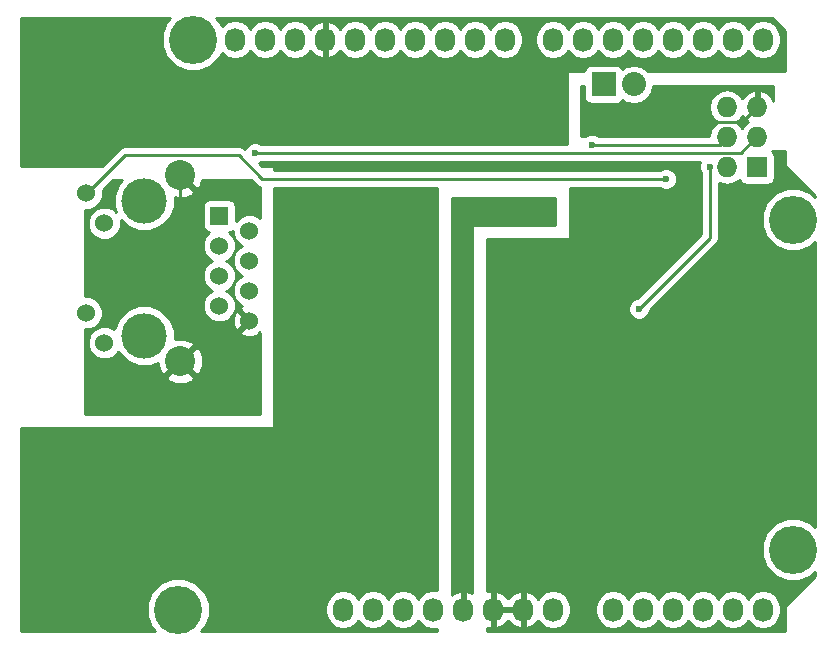
<source format=gbr>
G04 #@! TF.FileFunction,Copper,L2,Bot,Signal*
%FSLAX46Y46*%
G04 Gerber Fmt 4.6, Leading zero omitted, Abs format (unit mm)*
G04 Created by KiCad (PCBNEW (2015-08-20 BZR 6109, Git 2605ab0)-product) date Sat 10 Oct 2015 06:29:31 PM EDT*
%MOMM*%
G01*
G04 APERTURE LIST*
%ADD10C,0.100000*%
%ADD11O,1.727200X2.032000*%
%ADD12C,4.064000*%
%ADD13C,3.850640*%
%ADD14R,1.524000X1.524000*%
%ADD15C,1.524000*%
%ADD16C,2.540000*%
%ADD17R,1.727200X1.727200*%
%ADD18O,1.727200X1.727200*%
%ADD19R,2.032000X2.032000*%
%ADD20O,2.032000X2.032000*%
%ADD21C,0.600000*%
%ADD22C,0.250000*%
%ADD23C,0.254000*%
G04 APERTURE END LIST*
D10*
D11*
X27940000Y2540000D03*
X30480000Y2540000D03*
X33020000Y2540000D03*
X35560000Y2540000D03*
X38100000Y2540000D03*
X40640000Y2540000D03*
X43180000Y2540000D03*
X45720000Y2540000D03*
X50800000Y2540000D03*
X53340000Y2540000D03*
X55880000Y2540000D03*
X58420000Y2540000D03*
X60960000Y2540000D03*
X63500000Y2540000D03*
X18796000Y50800000D03*
X21336000Y50800000D03*
X23876000Y50800000D03*
X26416000Y50800000D03*
X28956000Y50800000D03*
X31496000Y50800000D03*
X34036000Y50800000D03*
X36576000Y50800000D03*
X39116000Y50800000D03*
X41656000Y50800000D03*
X45720000Y50800000D03*
X48260000Y50800000D03*
X50800000Y50800000D03*
X53340000Y50800000D03*
X55880000Y50800000D03*
X58420000Y50800000D03*
X60960000Y50800000D03*
X63500000Y50800000D03*
D12*
X13970000Y2540000D03*
X66040000Y7620000D03*
X15240000Y50800000D03*
X66040000Y35560000D03*
D13*
X11110000Y25730000D03*
X11110000Y37160000D03*
D14*
X17460000Y35890000D03*
D15*
X20000000Y34620000D03*
X17460000Y33350000D03*
X20000000Y32080000D03*
X17460000Y30810000D03*
X20000000Y29540000D03*
X17460000Y28270000D03*
D16*
X14158000Y23571000D03*
X14158000Y39319000D03*
D15*
X6207800Y27660400D03*
X6207800Y37769600D03*
X7731800Y25120400D03*
X7731800Y35229600D03*
X20000000Y27000000D03*
D17*
X63000000Y40000000D03*
D18*
X60460000Y40000000D03*
X63000000Y42540000D03*
X60460000Y42540000D03*
X63000000Y45080000D03*
X60460000Y45080000D03*
D19*
X50000000Y47000000D03*
D20*
X52540000Y47000000D03*
D21*
X45100000Y35800000D03*
X54500000Y49000000D03*
X24000000Y16000000D03*
X3500000Y12500000D03*
X3500000Y1500000D03*
X24000000Y24000000D03*
X30000000Y23500000D03*
X30000000Y26500000D03*
X51000000Y19000000D03*
X54000000Y31000000D03*
X18000000Y10000000D03*
X25000000Y2000000D03*
X65000000Y16000000D03*
X65000000Y28000000D03*
X62000000Y7000000D03*
X44000000Y7000000D03*
X65000000Y39000000D03*
X35000000Y29200000D03*
X40500000Y29500000D03*
X29800000Y32000000D03*
X45600000Y30300000D03*
X53400000Y34700000D03*
X43900000Y40100000D03*
X23100000Y40100000D03*
X29700000Y37100000D03*
X49800000Y40100000D03*
X50000000Y36600000D03*
X6000000Y44600000D03*
X9000000Y44600000D03*
X42500000Y43000000D03*
X41800000Y33000000D03*
X57500000Y46000000D03*
X57000000Y43800000D03*
X54000000Y43800000D03*
X49200000Y43800000D03*
X18000000Y22500000D03*
X7600000Y21200000D03*
X9900000Y34200000D03*
X16000000Y34500000D03*
X11500000Y30500000D03*
X14200000Y29600000D03*
X55300000Y39000000D03*
X20500000Y41200000D03*
X59000000Y40000000D03*
X53000000Y28000000D03*
X49000000Y41900000D03*
D22*
X63000000Y45080000D02*
X62980000Y45080000D01*
X62980000Y45080000D02*
X61700000Y43800000D01*
X61700000Y43800000D02*
X57400000Y43800000D01*
X57400000Y43800000D02*
X57000000Y43800000D01*
X57000000Y43800000D02*
X54000000Y43800000D01*
X54000000Y43800000D02*
X49200000Y43800000D01*
X14158000Y34500000D02*
X16000000Y34500000D01*
X14158000Y33500000D02*
X14158000Y33158000D01*
X14158000Y33158000D02*
X11500000Y30500000D01*
X14158000Y39319000D02*
X14158000Y34500000D01*
X14158000Y34500000D02*
X14158000Y33500000D01*
X14158000Y33500000D02*
X14158000Y29642000D01*
X14158000Y29642000D02*
X14200000Y29600000D01*
X6207800Y37769600D02*
X6269600Y37769600D01*
X6269600Y37769600D02*
X9500000Y41000000D01*
X9500000Y41000000D02*
X19100000Y41000000D01*
X19100000Y41000000D02*
X21100000Y39000000D01*
X21100000Y39000000D02*
X55300000Y39000000D01*
X62940000Y42540000D02*
X61600000Y41200000D01*
X61600000Y41200000D02*
X20500000Y41200000D01*
X63000000Y42540000D02*
X62940000Y42540000D01*
X59000000Y34000000D02*
X59000000Y40000000D01*
X53000000Y28000000D02*
X59000000Y34000000D01*
X49000000Y41900000D02*
X59820000Y41900000D01*
X59820000Y41900000D02*
X60460000Y42540000D01*
D23*
G36*
X35873000Y4161085D02*
X35560000Y4223345D01*
X34986511Y4109271D01*
X34500330Y3784415D01*
X34290000Y3469634D01*
X34079670Y3784415D01*
X33593489Y4109271D01*
X33020000Y4223345D01*
X32446511Y4109271D01*
X31960330Y3784415D01*
X31750000Y3469634D01*
X31539670Y3784415D01*
X31053489Y4109271D01*
X30480000Y4223345D01*
X29906511Y4109271D01*
X29420330Y3784415D01*
X29210000Y3469634D01*
X28999670Y3784415D01*
X28513489Y4109271D01*
X27940000Y4223345D01*
X27366511Y4109271D01*
X26880330Y3784415D01*
X26555474Y3298234D01*
X26441400Y2724745D01*
X26441400Y2355255D01*
X26555474Y1781766D01*
X26880330Y1295585D01*
X27366511Y970729D01*
X27940000Y856655D01*
X28513489Y970729D01*
X28999670Y1295585D01*
X29210000Y1610366D01*
X29420330Y1295585D01*
X29906511Y970729D01*
X30480000Y856655D01*
X31053489Y970729D01*
X31539670Y1295585D01*
X31750000Y1610366D01*
X31960330Y1295585D01*
X32446511Y970729D01*
X33020000Y856655D01*
X33593489Y970729D01*
X34079670Y1295585D01*
X34290000Y1610366D01*
X34500330Y1295585D01*
X34986511Y970729D01*
X35560000Y856655D01*
X35873000Y918915D01*
X35873000Y710000D01*
X15911807Y710000D01*
X16229655Y1027293D01*
X16636536Y2007173D01*
X16637462Y3068172D01*
X16232291Y4048761D01*
X15482707Y4799655D01*
X14502827Y5206536D01*
X13441828Y5207462D01*
X12461239Y4802291D01*
X11710345Y4052707D01*
X11303464Y3072827D01*
X11302538Y2011828D01*
X11707709Y1031239D01*
X12028388Y710000D01*
X710000Y710000D01*
X710000Y17873000D01*
X22000000Y17873000D01*
X22049410Y17883006D01*
X22091035Y17911447D01*
X22118315Y17953841D01*
X22127000Y18000000D01*
X22127000Y38240000D01*
X35873000Y38240000D01*
X35873000Y4161085D01*
X35873000Y4161085D01*
G37*
X35873000Y4161085D02*
X35560000Y4223345D01*
X34986511Y4109271D01*
X34500330Y3784415D01*
X34290000Y3469634D01*
X34079670Y3784415D01*
X33593489Y4109271D01*
X33020000Y4223345D01*
X32446511Y4109271D01*
X31960330Y3784415D01*
X31750000Y3469634D01*
X31539670Y3784415D01*
X31053489Y4109271D01*
X30480000Y4223345D01*
X29906511Y4109271D01*
X29420330Y3784415D01*
X29210000Y3469634D01*
X28999670Y3784415D01*
X28513489Y4109271D01*
X27940000Y4223345D01*
X27366511Y4109271D01*
X26880330Y3784415D01*
X26555474Y3298234D01*
X26441400Y2724745D01*
X26441400Y2355255D01*
X26555474Y1781766D01*
X26880330Y1295585D01*
X27366511Y970729D01*
X27940000Y856655D01*
X28513489Y970729D01*
X28999670Y1295585D01*
X29210000Y1610366D01*
X29420330Y1295585D01*
X29906511Y970729D01*
X30480000Y856655D01*
X31053489Y970729D01*
X31539670Y1295585D01*
X31750000Y1610366D01*
X31960330Y1295585D01*
X32446511Y970729D01*
X33020000Y856655D01*
X33593489Y970729D01*
X34079670Y1295585D01*
X34290000Y1610366D01*
X34500330Y1295585D01*
X34986511Y970729D01*
X35560000Y856655D01*
X35873000Y918915D01*
X35873000Y710000D01*
X15911807Y710000D01*
X16229655Y1027293D01*
X16636536Y2007173D01*
X16637462Y3068172D01*
X16232291Y4048761D01*
X15482707Y4799655D01*
X14502827Y5206536D01*
X13441828Y5207462D01*
X12461239Y4802291D01*
X11710345Y4052707D01*
X11303464Y3072827D01*
X11302538Y2011828D01*
X11707709Y1031239D01*
X12028388Y710000D01*
X710000Y710000D01*
X710000Y17873000D01*
X22000000Y17873000D01*
X22049410Y17883006D01*
X22091035Y17911447D01*
X22118315Y17953841D01*
X22127000Y18000000D01*
X22127000Y38240000D01*
X35873000Y38240000D01*
X35873000Y4161085D01*
G36*
X65330000Y40386000D02*
X65384046Y40114295D01*
X65537954Y39883954D01*
X67870000Y37551909D01*
X67870000Y37501807D01*
X67552707Y37819655D01*
X66572827Y38226536D01*
X65511828Y38227462D01*
X64531239Y37822291D01*
X63780345Y37072707D01*
X63373464Y36092827D01*
X63372538Y35031828D01*
X63777709Y34051239D01*
X64527293Y33300345D01*
X65507173Y32893464D01*
X66568172Y32892538D01*
X67548761Y33297709D01*
X67870000Y33618388D01*
X67870000Y9561807D01*
X67552707Y9879655D01*
X66572827Y10286536D01*
X65511828Y10287462D01*
X64531239Y9882291D01*
X63780345Y9132707D01*
X63373464Y8152827D01*
X63372538Y7091828D01*
X63777709Y6111239D01*
X64527293Y5360345D01*
X65507173Y4953464D01*
X66568172Y4952538D01*
X67548761Y5357709D01*
X67870000Y5678388D01*
X67870000Y5374091D01*
X65537954Y3042046D01*
X65384046Y2811705D01*
X65330000Y2540000D01*
X65330000Y710000D01*
X40127000Y710000D01*
X40127000Y1001867D01*
X40265209Y935291D01*
X40280974Y932642D01*
X40513000Y1053783D01*
X40513000Y2413000D01*
X40767000Y2413000D01*
X40767000Y1053783D01*
X40999026Y932642D01*
X41014791Y935291D01*
X41542036Y1189268D01*
X41910000Y1601108D01*
X42277964Y1189268D01*
X42805209Y935291D01*
X42820974Y932642D01*
X43053000Y1053783D01*
X43053000Y2413000D01*
X40767000Y2413000D01*
X40513000Y2413000D01*
X40493000Y2413000D01*
X40493000Y2667000D01*
X40513000Y2667000D01*
X40513000Y4026217D01*
X40767000Y4026217D01*
X40767000Y2667000D01*
X43053000Y2667000D01*
X43053000Y4026217D01*
X43307000Y4026217D01*
X43307000Y2667000D01*
X43327000Y2667000D01*
X43327000Y2413000D01*
X43307000Y2413000D01*
X43307000Y1053783D01*
X43539026Y932642D01*
X43554791Y935291D01*
X44082036Y1189268D01*
X44453539Y1605069D01*
X44660330Y1295585D01*
X45146511Y970729D01*
X45720000Y856655D01*
X46293489Y970729D01*
X46779670Y1295585D01*
X47104526Y1781766D01*
X47218600Y2355255D01*
X47218600Y2724745D01*
X49301400Y2724745D01*
X49301400Y2355255D01*
X49415474Y1781766D01*
X49740330Y1295585D01*
X50226511Y970729D01*
X50800000Y856655D01*
X51373489Y970729D01*
X51859670Y1295585D01*
X52070000Y1610366D01*
X52280330Y1295585D01*
X52766511Y970729D01*
X53340000Y856655D01*
X53913489Y970729D01*
X54399670Y1295585D01*
X54610000Y1610366D01*
X54820330Y1295585D01*
X55306511Y970729D01*
X55880000Y856655D01*
X56453489Y970729D01*
X56939670Y1295585D01*
X57150000Y1610366D01*
X57360330Y1295585D01*
X57846511Y970729D01*
X58420000Y856655D01*
X58993489Y970729D01*
X59479670Y1295585D01*
X59690000Y1610366D01*
X59900330Y1295585D01*
X60386511Y970729D01*
X60960000Y856655D01*
X61533489Y970729D01*
X62019670Y1295585D01*
X62230000Y1610366D01*
X62440330Y1295585D01*
X62926511Y970729D01*
X63500000Y856655D01*
X64073489Y970729D01*
X64559670Y1295585D01*
X64884526Y1781766D01*
X64998600Y2355255D01*
X64998600Y2724745D01*
X64884526Y3298234D01*
X64559670Y3784415D01*
X64073489Y4109271D01*
X63500000Y4223345D01*
X62926511Y4109271D01*
X62440330Y3784415D01*
X62230000Y3469634D01*
X62019670Y3784415D01*
X61533489Y4109271D01*
X60960000Y4223345D01*
X60386511Y4109271D01*
X59900330Y3784415D01*
X59690000Y3469634D01*
X59479670Y3784415D01*
X58993489Y4109271D01*
X58420000Y4223345D01*
X57846511Y4109271D01*
X57360330Y3784415D01*
X57150000Y3469634D01*
X56939670Y3784415D01*
X56453489Y4109271D01*
X55880000Y4223345D01*
X55306511Y4109271D01*
X54820330Y3784415D01*
X54610000Y3469634D01*
X54399670Y3784415D01*
X53913489Y4109271D01*
X53340000Y4223345D01*
X52766511Y4109271D01*
X52280330Y3784415D01*
X52070000Y3469634D01*
X51859670Y3784415D01*
X51373489Y4109271D01*
X50800000Y4223345D01*
X50226511Y4109271D01*
X49740330Y3784415D01*
X49415474Y3298234D01*
X49301400Y2724745D01*
X47218600Y2724745D01*
X47104526Y3298234D01*
X46779670Y3784415D01*
X46293489Y4109271D01*
X45720000Y4223345D01*
X45146511Y4109271D01*
X44660330Y3784415D01*
X44453539Y3474931D01*
X44082036Y3890732D01*
X43554791Y4144709D01*
X43539026Y4147358D01*
X43307000Y4026217D01*
X43053000Y4026217D01*
X42820974Y4147358D01*
X42805209Y4144709D01*
X42277964Y3890732D01*
X41910000Y3478892D01*
X41542036Y3890732D01*
X41014791Y4144709D01*
X40999026Y4147358D01*
X40767000Y4026217D01*
X40513000Y4026217D01*
X40280974Y4147358D01*
X40265209Y4144709D01*
X40127000Y4078133D01*
X40127000Y33873000D01*
X47000000Y33873000D01*
X47049410Y33883006D01*
X47091035Y33911447D01*
X47118315Y33953841D01*
X47127000Y34000000D01*
X47127000Y38240000D01*
X54737537Y38240000D01*
X54769673Y38207808D01*
X55113201Y38065162D01*
X55485167Y38064838D01*
X55828943Y38206883D01*
X56092192Y38469673D01*
X56234838Y38813201D01*
X56235162Y39185167D01*
X56093117Y39528943D01*
X55830327Y39792192D01*
X55486799Y39934838D01*
X55114833Y39935162D01*
X54771057Y39793117D01*
X54737882Y39760000D01*
X22127000Y39760000D01*
X22127000Y40000000D01*
X22116994Y40049410D01*
X22088553Y40091035D01*
X22046159Y40118315D01*
X22000000Y40127000D01*
X21047802Y40127000D01*
X20844238Y40330564D01*
X21028943Y40406883D01*
X21062118Y40440000D01*
X58170301Y40440000D01*
X58065162Y40186799D01*
X58064838Y39814833D01*
X58206883Y39471057D01*
X58240000Y39437882D01*
X58240000Y34314802D01*
X52860320Y28935122D01*
X52814833Y28935162D01*
X52471057Y28793117D01*
X52207808Y28530327D01*
X52065162Y28186799D01*
X52064838Y27814833D01*
X52206883Y27471057D01*
X52469673Y27207808D01*
X52813201Y27065162D01*
X53185167Y27064838D01*
X53528943Y27206883D01*
X53792192Y27469673D01*
X53934838Y27813201D01*
X53934879Y27860077D01*
X59537401Y33462599D01*
X59702148Y33709160D01*
X59760000Y34000000D01*
X59760000Y38680389D01*
X59857152Y38615474D01*
X60430641Y38501400D01*
X60489359Y38501400D01*
X61062848Y38615474D01*
X61528442Y38926574D01*
X61533238Y38901083D01*
X61672310Y38684959D01*
X61884510Y38539969D01*
X62136400Y38488960D01*
X63863600Y38488960D01*
X64098917Y38533238D01*
X64315041Y38672310D01*
X64460031Y38884510D01*
X64511040Y39136400D01*
X64511040Y40863600D01*
X64466762Y41098917D01*
X64327690Y41315041D01*
X64242864Y41373000D01*
X65330000Y41373000D01*
X65330000Y40386000D01*
X65330000Y40386000D01*
G37*
X65330000Y40386000D02*
X65384046Y40114295D01*
X65537954Y39883954D01*
X67870000Y37551909D01*
X67870000Y37501807D01*
X67552707Y37819655D01*
X66572827Y38226536D01*
X65511828Y38227462D01*
X64531239Y37822291D01*
X63780345Y37072707D01*
X63373464Y36092827D01*
X63372538Y35031828D01*
X63777709Y34051239D01*
X64527293Y33300345D01*
X65507173Y32893464D01*
X66568172Y32892538D01*
X67548761Y33297709D01*
X67870000Y33618388D01*
X67870000Y9561807D01*
X67552707Y9879655D01*
X66572827Y10286536D01*
X65511828Y10287462D01*
X64531239Y9882291D01*
X63780345Y9132707D01*
X63373464Y8152827D01*
X63372538Y7091828D01*
X63777709Y6111239D01*
X64527293Y5360345D01*
X65507173Y4953464D01*
X66568172Y4952538D01*
X67548761Y5357709D01*
X67870000Y5678388D01*
X67870000Y5374091D01*
X65537954Y3042046D01*
X65384046Y2811705D01*
X65330000Y2540000D01*
X65330000Y710000D01*
X40127000Y710000D01*
X40127000Y1001867D01*
X40265209Y935291D01*
X40280974Y932642D01*
X40513000Y1053783D01*
X40513000Y2413000D01*
X40767000Y2413000D01*
X40767000Y1053783D01*
X40999026Y932642D01*
X41014791Y935291D01*
X41542036Y1189268D01*
X41910000Y1601108D01*
X42277964Y1189268D01*
X42805209Y935291D01*
X42820974Y932642D01*
X43053000Y1053783D01*
X43053000Y2413000D01*
X40767000Y2413000D01*
X40513000Y2413000D01*
X40493000Y2413000D01*
X40493000Y2667000D01*
X40513000Y2667000D01*
X40513000Y4026217D01*
X40767000Y4026217D01*
X40767000Y2667000D01*
X43053000Y2667000D01*
X43053000Y4026217D01*
X43307000Y4026217D01*
X43307000Y2667000D01*
X43327000Y2667000D01*
X43327000Y2413000D01*
X43307000Y2413000D01*
X43307000Y1053783D01*
X43539026Y932642D01*
X43554791Y935291D01*
X44082036Y1189268D01*
X44453539Y1605069D01*
X44660330Y1295585D01*
X45146511Y970729D01*
X45720000Y856655D01*
X46293489Y970729D01*
X46779670Y1295585D01*
X47104526Y1781766D01*
X47218600Y2355255D01*
X47218600Y2724745D01*
X49301400Y2724745D01*
X49301400Y2355255D01*
X49415474Y1781766D01*
X49740330Y1295585D01*
X50226511Y970729D01*
X50800000Y856655D01*
X51373489Y970729D01*
X51859670Y1295585D01*
X52070000Y1610366D01*
X52280330Y1295585D01*
X52766511Y970729D01*
X53340000Y856655D01*
X53913489Y970729D01*
X54399670Y1295585D01*
X54610000Y1610366D01*
X54820330Y1295585D01*
X55306511Y970729D01*
X55880000Y856655D01*
X56453489Y970729D01*
X56939670Y1295585D01*
X57150000Y1610366D01*
X57360330Y1295585D01*
X57846511Y970729D01*
X58420000Y856655D01*
X58993489Y970729D01*
X59479670Y1295585D01*
X59690000Y1610366D01*
X59900330Y1295585D01*
X60386511Y970729D01*
X60960000Y856655D01*
X61533489Y970729D01*
X62019670Y1295585D01*
X62230000Y1610366D01*
X62440330Y1295585D01*
X62926511Y970729D01*
X63500000Y856655D01*
X64073489Y970729D01*
X64559670Y1295585D01*
X64884526Y1781766D01*
X64998600Y2355255D01*
X64998600Y2724745D01*
X64884526Y3298234D01*
X64559670Y3784415D01*
X64073489Y4109271D01*
X63500000Y4223345D01*
X62926511Y4109271D01*
X62440330Y3784415D01*
X62230000Y3469634D01*
X62019670Y3784415D01*
X61533489Y4109271D01*
X60960000Y4223345D01*
X60386511Y4109271D01*
X59900330Y3784415D01*
X59690000Y3469634D01*
X59479670Y3784415D01*
X58993489Y4109271D01*
X58420000Y4223345D01*
X57846511Y4109271D01*
X57360330Y3784415D01*
X57150000Y3469634D01*
X56939670Y3784415D01*
X56453489Y4109271D01*
X55880000Y4223345D01*
X55306511Y4109271D01*
X54820330Y3784415D01*
X54610000Y3469634D01*
X54399670Y3784415D01*
X53913489Y4109271D01*
X53340000Y4223345D01*
X52766511Y4109271D01*
X52280330Y3784415D01*
X52070000Y3469634D01*
X51859670Y3784415D01*
X51373489Y4109271D01*
X50800000Y4223345D01*
X50226511Y4109271D01*
X49740330Y3784415D01*
X49415474Y3298234D01*
X49301400Y2724745D01*
X47218600Y2724745D01*
X47104526Y3298234D01*
X46779670Y3784415D01*
X46293489Y4109271D01*
X45720000Y4223345D01*
X45146511Y4109271D01*
X44660330Y3784415D01*
X44453539Y3474931D01*
X44082036Y3890732D01*
X43554791Y4144709D01*
X43539026Y4147358D01*
X43307000Y4026217D01*
X43053000Y4026217D01*
X42820974Y4147358D01*
X42805209Y4144709D01*
X42277964Y3890732D01*
X41910000Y3478892D01*
X41542036Y3890732D01*
X41014791Y4144709D01*
X40999026Y4147358D01*
X40767000Y4026217D01*
X40513000Y4026217D01*
X40280974Y4147358D01*
X40265209Y4144709D01*
X40127000Y4078133D01*
X40127000Y33873000D01*
X47000000Y33873000D01*
X47049410Y33883006D01*
X47091035Y33911447D01*
X47118315Y33953841D01*
X47127000Y34000000D01*
X47127000Y38240000D01*
X54737537Y38240000D01*
X54769673Y38207808D01*
X55113201Y38065162D01*
X55485167Y38064838D01*
X55828943Y38206883D01*
X56092192Y38469673D01*
X56234838Y38813201D01*
X56235162Y39185167D01*
X56093117Y39528943D01*
X55830327Y39792192D01*
X55486799Y39934838D01*
X55114833Y39935162D01*
X54771057Y39793117D01*
X54737882Y39760000D01*
X22127000Y39760000D01*
X22127000Y40000000D01*
X22116994Y40049410D01*
X22088553Y40091035D01*
X22046159Y40118315D01*
X22000000Y40127000D01*
X21047802Y40127000D01*
X20844238Y40330564D01*
X21028943Y40406883D01*
X21062118Y40440000D01*
X58170301Y40440000D01*
X58065162Y40186799D01*
X58064838Y39814833D01*
X58206883Y39471057D01*
X58240000Y39437882D01*
X58240000Y34314802D01*
X52860320Y28935122D01*
X52814833Y28935162D01*
X52471057Y28793117D01*
X52207808Y28530327D01*
X52065162Y28186799D01*
X52064838Y27814833D01*
X52206883Y27471057D01*
X52469673Y27207808D01*
X52813201Y27065162D01*
X53185167Y27064838D01*
X53528943Y27206883D01*
X53792192Y27469673D01*
X53934838Y27813201D01*
X53934879Y27860077D01*
X59537401Y33462599D01*
X59702148Y33709160D01*
X59760000Y34000000D01*
X59760000Y38680389D01*
X59857152Y38615474D01*
X60430641Y38501400D01*
X60489359Y38501400D01*
X61062848Y38615474D01*
X61528442Y38926574D01*
X61533238Y38901083D01*
X61672310Y38684959D01*
X61884510Y38539969D01*
X62136400Y38488960D01*
X63863600Y38488960D01*
X64098917Y38533238D01*
X64315041Y38672310D01*
X64460031Y38884510D01*
X64511040Y39136400D01*
X64511040Y40863600D01*
X64466762Y41098917D01*
X64327690Y41315041D01*
X64242864Y41373000D01*
X65330000Y41373000D01*
X65330000Y40386000D01*
G36*
X12980345Y52312707D02*
X12573464Y51332827D01*
X12572538Y50271828D01*
X12977709Y49291239D01*
X13727293Y48540345D01*
X14707173Y48133464D01*
X15768172Y48132538D01*
X16748761Y48537709D01*
X17499655Y49287293D01*
X17659071Y49671211D01*
X17736330Y49555585D01*
X18222511Y49230729D01*
X18796000Y49116655D01*
X19369489Y49230729D01*
X19855670Y49555585D01*
X20066000Y49870366D01*
X20276330Y49555585D01*
X20762511Y49230729D01*
X21336000Y49116655D01*
X21909489Y49230729D01*
X22395670Y49555585D01*
X22606000Y49870366D01*
X22816330Y49555585D01*
X23302511Y49230729D01*
X23876000Y49116655D01*
X24449489Y49230729D01*
X24935670Y49555585D01*
X25142461Y49865069D01*
X25513964Y49449268D01*
X26041209Y49195291D01*
X26056974Y49192642D01*
X26289000Y49313783D01*
X26289000Y50673000D01*
X26269000Y50673000D01*
X26269000Y50927000D01*
X26289000Y50927000D01*
X26289000Y52286217D01*
X26543000Y52286217D01*
X26543000Y50927000D01*
X26563000Y50927000D01*
X26563000Y50673000D01*
X26543000Y50673000D01*
X26543000Y49313783D01*
X26775026Y49192642D01*
X26790791Y49195291D01*
X27318036Y49449268D01*
X27689539Y49865069D01*
X27896330Y49555585D01*
X28382511Y49230729D01*
X28956000Y49116655D01*
X29529489Y49230729D01*
X30015670Y49555585D01*
X30226000Y49870366D01*
X30436330Y49555585D01*
X30922511Y49230729D01*
X31496000Y49116655D01*
X32069489Y49230729D01*
X32555670Y49555585D01*
X32766000Y49870366D01*
X32976330Y49555585D01*
X33462511Y49230729D01*
X34036000Y49116655D01*
X34609489Y49230729D01*
X35095670Y49555585D01*
X35306000Y49870366D01*
X35516330Y49555585D01*
X36002511Y49230729D01*
X36576000Y49116655D01*
X37149489Y49230729D01*
X37635670Y49555585D01*
X37846000Y49870366D01*
X38056330Y49555585D01*
X38542511Y49230729D01*
X39116000Y49116655D01*
X39689489Y49230729D01*
X40175670Y49555585D01*
X40386000Y49870366D01*
X40596330Y49555585D01*
X41082511Y49230729D01*
X41656000Y49116655D01*
X42229489Y49230729D01*
X42715670Y49555585D01*
X43040526Y50041766D01*
X43154600Y50615255D01*
X43154600Y50984745D01*
X44221400Y50984745D01*
X44221400Y50615255D01*
X44335474Y50041766D01*
X44660330Y49555585D01*
X45146511Y49230729D01*
X45720000Y49116655D01*
X46293489Y49230729D01*
X46779670Y49555585D01*
X46990000Y49870366D01*
X47200330Y49555585D01*
X47686511Y49230729D01*
X48260000Y49116655D01*
X48833489Y49230729D01*
X49319670Y49555585D01*
X49530000Y49870366D01*
X49740330Y49555585D01*
X50226511Y49230729D01*
X50800000Y49116655D01*
X51373489Y49230729D01*
X51859670Y49555585D01*
X52070000Y49870366D01*
X52280330Y49555585D01*
X52766511Y49230729D01*
X53340000Y49116655D01*
X53913489Y49230729D01*
X54399670Y49555585D01*
X54610000Y49870366D01*
X54820330Y49555585D01*
X55306511Y49230729D01*
X55880000Y49116655D01*
X56453489Y49230729D01*
X56939670Y49555585D01*
X57150000Y49870366D01*
X57360330Y49555585D01*
X57846511Y49230729D01*
X58420000Y49116655D01*
X58993489Y49230729D01*
X59479670Y49555585D01*
X59690000Y49870366D01*
X59900330Y49555585D01*
X60386511Y49230729D01*
X60960000Y49116655D01*
X61533489Y49230729D01*
X62019670Y49555585D01*
X62230000Y49870366D01*
X62440330Y49555585D01*
X62926511Y49230729D01*
X63500000Y49116655D01*
X64073489Y49230729D01*
X64559670Y49555585D01*
X64884526Y50041766D01*
X64998600Y50615255D01*
X64998600Y50984745D01*
X64884526Y51558234D01*
X64559670Y52044415D01*
X64073489Y52369271D01*
X63500000Y52483345D01*
X62926511Y52369271D01*
X62440330Y52044415D01*
X62230000Y51729634D01*
X62019670Y52044415D01*
X61533489Y52369271D01*
X60960000Y52483345D01*
X60386511Y52369271D01*
X59900330Y52044415D01*
X59690000Y51729634D01*
X59479670Y52044415D01*
X58993489Y52369271D01*
X58420000Y52483345D01*
X57846511Y52369271D01*
X57360330Y52044415D01*
X57150000Y51729634D01*
X56939670Y52044415D01*
X56453489Y52369271D01*
X55880000Y52483345D01*
X55306511Y52369271D01*
X54820330Y52044415D01*
X54610000Y51729634D01*
X54399670Y52044415D01*
X53913489Y52369271D01*
X53340000Y52483345D01*
X52766511Y52369271D01*
X52280330Y52044415D01*
X52070000Y51729634D01*
X51859670Y52044415D01*
X51373489Y52369271D01*
X50800000Y52483345D01*
X50226511Y52369271D01*
X49740330Y52044415D01*
X49530000Y51729634D01*
X49319670Y52044415D01*
X48833489Y52369271D01*
X48260000Y52483345D01*
X47686511Y52369271D01*
X47200330Y52044415D01*
X46990000Y51729634D01*
X46779670Y52044415D01*
X46293489Y52369271D01*
X45720000Y52483345D01*
X45146511Y52369271D01*
X44660330Y52044415D01*
X44335474Y51558234D01*
X44221400Y50984745D01*
X43154600Y50984745D01*
X43040526Y51558234D01*
X42715670Y52044415D01*
X42229489Y52369271D01*
X41656000Y52483345D01*
X41082511Y52369271D01*
X40596330Y52044415D01*
X40386000Y51729634D01*
X40175670Y52044415D01*
X39689489Y52369271D01*
X39116000Y52483345D01*
X38542511Y52369271D01*
X38056330Y52044415D01*
X37846000Y51729634D01*
X37635670Y52044415D01*
X37149489Y52369271D01*
X36576000Y52483345D01*
X36002511Y52369271D01*
X35516330Y52044415D01*
X35306000Y51729634D01*
X35095670Y52044415D01*
X34609489Y52369271D01*
X34036000Y52483345D01*
X33462511Y52369271D01*
X32976330Y52044415D01*
X32766000Y51729634D01*
X32555670Y52044415D01*
X32069489Y52369271D01*
X31496000Y52483345D01*
X30922511Y52369271D01*
X30436330Y52044415D01*
X30226000Y51729634D01*
X30015670Y52044415D01*
X29529489Y52369271D01*
X28956000Y52483345D01*
X28382511Y52369271D01*
X27896330Y52044415D01*
X27689539Y51734931D01*
X27318036Y52150732D01*
X26790791Y52404709D01*
X26775026Y52407358D01*
X26543000Y52286217D01*
X26289000Y52286217D01*
X26056974Y52407358D01*
X26041209Y52404709D01*
X25513964Y52150732D01*
X25142461Y51734931D01*
X24935670Y52044415D01*
X24449489Y52369271D01*
X23876000Y52483345D01*
X23302511Y52369271D01*
X22816330Y52044415D01*
X22606000Y51729634D01*
X22395670Y52044415D01*
X21909489Y52369271D01*
X21336000Y52483345D01*
X20762511Y52369271D01*
X20276330Y52044415D01*
X20066000Y51729634D01*
X19855670Y52044415D01*
X19369489Y52369271D01*
X18796000Y52483345D01*
X18222511Y52369271D01*
X17736330Y52044415D01*
X17659208Y51928993D01*
X17502291Y52308761D01*
X17181612Y52630000D01*
X64221908Y52630000D01*
X65330000Y51521909D01*
X65330000Y48127000D01*
X53756062Y48127000D01*
X53707433Y48199778D01*
X53171810Y48557670D01*
X52540000Y48683345D01*
X51908190Y48557670D01*
X51568208Y48330501D01*
X51480090Y48467441D01*
X51267890Y48612431D01*
X51016000Y48663440D01*
X48984000Y48663440D01*
X48748683Y48619162D01*
X48532559Y48480090D01*
X48387569Y48267890D01*
X48359038Y48127000D01*
X47000000Y48127000D01*
X46950590Y48116994D01*
X46908965Y48088553D01*
X46881685Y48046159D01*
X46873000Y48000000D01*
X46873000Y41960000D01*
X21062463Y41960000D01*
X21030327Y41992192D01*
X20686799Y42134838D01*
X20314833Y42135162D01*
X19971057Y41993117D01*
X19707808Y41730327D01*
X19629805Y41542476D01*
X19390839Y41702148D01*
X19100000Y41760000D01*
X9500000Y41760000D01*
X9209161Y41702148D01*
X9209159Y41702147D01*
X9209160Y41702147D01*
X8962598Y41537401D01*
X7552198Y40127000D01*
X710000Y40127000D01*
X710000Y52630000D01*
X13298193Y52630000D01*
X12980345Y52312707D01*
X12980345Y52312707D01*
G37*
X12980345Y52312707D02*
X12573464Y51332827D01*
X12572538Y50271828D01*
X12977709Y49291239D01*
X13727293Y48540345D01*
X14707173Y48133464D01*
X15768172Y48132538D01*
X16748761Y48537709D01*
X17499655Y49287293D01*
X17659071Y49671211D01*
X17736330Y49555585D01*
X18222511Y49230729D01*
X18796000Y49116655D01*
X19369489Y49230729D01*
X19855670Y49555585D01*
X20066000Y49870366D01*
X20276330Y49555585D01*
X20762511Y49230729D01*
X21336000Y49116655D01*
X21909489Y49230729D01*
X22395670Y49555585D01*
X22606000Y49870366D01*
X22816330Y49555585D01*
X23302511Y49230729D01*
X23876000Y49116655D01*
X24449489Y49230729D01*
X24935670Y49555585D01*
X25142461Y49865069D01*
X25513964Y49449268D01*
X26041209Y49195291D01*
X26056974Y49192642D01*
X26289000Y49313783D01*
X26289000Y50673000D01*
X26269000Y50673000D01*
X26269000Y50927000D01*
X26289000Y50927000D01*
X26289000Y52286217D01*
X26543000Y52286217D01*
X26543000Y50927000D01*
X26563000Y50927000D01*
X26563000Y50673000D01*
X26543000Y50673000D01*
X26543000Y49313783D01*
X26775026Y49192642D01*
X26790791Y49195291D01*
X27318036Y49449268D01*
X27689539Y49865069D01*
X27896330Y49555585D01*
X28382511Y49230729D01*
X28956000Y49116655D01*
X29529489Y49230729D01*
X30015670Y49555585D01*
X30226000Y49870366D01*
X30436330Y49555585D01*
X30922511Y49230729D01*
X31496000Y49116655D01*
X32069489Y49230729D01*
X32555670Y49555585D01*
X32766000Y49870366D01*
X32976330Y49555585D01*
X33462511Y49230729D01*
X34036000Y49116655D01*
X34609489Y49230729D01*
X35095670Y49555585D01*
X35306000Y49870366D01*
X35516330Y49555585D01*
X36002511Y49230729D01*
X36576000Y49116655D01*
X37149489Y49230729D01*
X37635670Y49555585D01*
X37846000Y49870366D01*
X38056330Y49555585D01*
X38542511Y49230729D01*
X39116000Y49116655D01*
X39689489Y49230729D01*
X40175670Y49555585D01*
X40386000Y49870366D01*
X40596330Y49555585D01*
X41082511Y49230729D01*
X41656000Y49116655D01*
X42229489Y49230729D01*
X42715670Y49555585D01*
X43040526Y50041766D01*
X43154600Y50615255D01*
X43154600Y50984745D01*
X44221400Y50984745D01*
X44221400Y50615255D01*
X44335474Y50041766D01*
X44660330Y49555585D01*
X45146511Y49230729D01*
X45720000Y49116655D01*
X46293489Y49230729D01*
X46779670Y49555585D01*
X46990000Y49870366D01*
X47200330Y49555585D01*
X47686511Y49230729D01*
X48260000Y49116655D01*
X48833489Y49230729D01*
X49319670Y49555585D01*
X49530000Y49870366D01*
X49740330Y49555585D01*
X50226511Y49230729D01*
X50800000Y49116655D01*
X51373489Y49230729D01*
X51859670Y49555585D01*
X52070000Y49870366D01*
X52280330Y49555585D01*
X52766511Y49230729D01*
X53340000Y49116655D01*
X53913489Y49230729D01*
X54399670Y49555585D01*
X54610000Y49870366D01*
X54820330Y49555585D01*
X55306511Y49230729D01*
X55880000Y49116655D01*
X56453489Y49230729D01*
X56939670Y49555585D01*
X57150000Y49870366D01*
X57360330Y49555585D01*
X57846511Y49230729D01*
X58420000Y49116655D01*
X58993489Y49230729D01*
X59479670Y49555585D01*
X59690000Y49870366D01*
X59900330Y49555585D01*
X60386511Y49230729D01*
X60960000Y49116655D01*
X61533489Y49230729D01*
X62019670Y49555585D01*
X62230000Y49870366D01*
X62440330Y49555585D01*
X62926511Y49230729D01*
X63500000Y49116655D01*
X64073489Y49230729D01*
X64559670Y49555585D01*
X64884526Y50041766D01*
X64998600Y50615255D01*
X64998600Y50984745D01*
X64884526Y51558234D01*
X64559670Y52044415D01*
X64073489Y52369271D01*
X63500000Y52483345D01*
X62926511Y52369271D01*
X62440330Y52044415D01*
X62230000Y51729634D01*
X62019670Y52044415D01*
X61533489Y52369271D01*
X60960000Y52483345D01*
X60386511Y52369271D01*
X59900330Y52044415D01*
X59690000Y51729634D01*
X59479670Y52044415D01*
X58993489Y52369271D01*
X58420000Y52483345D01*
X57846511Y52369271D01*
X57360330Y52044415D01*
X57150000Y51729634D01*
X56939670Y52044415D01*
X56453489Y52369271D01*
X55880000Y52483345D01*
X55306511Y52369271D01*
X54820330Y52044415D01*
X54610000Y51729634D01*
X54399670Y52044415D01*
X53913489Y52369271D01*
X53340000Y52483345D01*
X52766511Y52369271D01*
X52280330Y52044415D01*
X52070000Y51729634D01*
X51859670Y52044415D01*
X51373489Y52369271D01*
X50800000Y52483345D01*
X50226511Y52369271D01*
X49740330Y52044415D01*
X49530000Y51729634D01*
X49319670Y52044415D01*
X48833489Y52369271D01*
X48260000Y52483345D01*
X47686511Y52369271D01*
X47200330Y52044415D01*
X46990000Y51729634D01*
X46779670Y52044415D01*
X46293489Y52369271D01*
X45720000Y52483345D01*
X45146511Y52369271D01*
X44660330Y52044415D01*
X44335474Y51558234D01*
X44221400Y50984745D01*
X43154600Y50984745D01*
X43040526Y51558234D01*
X42715670Y52044415D01*
X42229489Y52369271D01*
X41656000Y52483345D01*
X41082511Y52369271D01*
X40596330Y52044415D01*
X40386000Y51729634D01*
X40175670Y52044415D01*
X39689489Y52369271D01*
X39116000Y52483345D01*
X38542511Y52369271D01*
X38056330Y52044415D01*
X37846000Y51729634D01*
X37635670Y52044415D01*
X37149489Y52369271D01*
X36576000Y52483345D01*
X36002511Y52369271D01*
X35516330Y52044415D01*
X35306000Y51729634D01*
X35095670Y52044415D01*
X34609489Y52369271D01*
X34036000Y52483345D01*
X33462511Y52369271D01*
X32976330Y52044415D01*
X32766000Y51729634D01*
X32555670Y52044415D01*
X32069489Y52369271D01*
X31496000Y52483345D01*
X30922511Y52369271D01*
X30436330Y52044415D01*
X30226000Y51729634D01*
X30015670Y52044415D01*
X29529489Y52369271D01*
X28956000Y52483345D01*
X28382511Y52369271D01*
X27896330Y52044415D01*
X27689539Y51734931D01*
X27318036Y52150732D01*
X26790791Y52404709D01*
X26775026Y52407358D01*
X26543000Y52286217D01*
X26289000Y52286217D01*
X26056974Y52407358D01*
X26041209Y52404709D01*
X25513964Y52150732D01*
X25142461Y51734931D01*
X24935670Y52044415D01*
X24449489Y52369271D01*
X23876000Y52483345D01*
X23302511Y52369271D01*
X22816330Y52044415D01*
X22606000Y51729634D01*
X22395670Y52044415D01*
X21909489Y52369271D01*
X21336000Y52483345D01*
X20762511Y52369271D01*
X20276330Y52044415D01*
X20066000Y51729634D01*
X19855670Y52044415D01*
X19369489Y52369271D01*
X18796000Y52483345D01*
X18222511Y52369271D01*
X17736330Y52044415D01*
X17659208Y51928993D01*
X17502291Y52308761D01*
X17181612Y52630000D01*
X64221908Y52630000D01*
X65330000Y51521909D01*
X65330000Y48127000D01*
X53756062Y48127000D01*
X53707433Y48199778D01*
X53171810Y48557670D01*
X52540000Y48683345D01*
X51908190Y48557670D01*
X51568208Y48330501D01*
X51480090Y48467441D01*
X51267890Y48612431D01*
X51016000Y48663440D01*
X48984000Y48663440D01*
X48748683Y48619162D01*
X48532559Y48480090D01*
X48387569Y48267890D01*
X48359038Y48127000D01*
X47000000Y48127000D01*
X46950590Y48116994D01*
X46908965Y48088553D01*
X46881685Y48046159D01*
X46873000Y48000000D01*
X46873000Y41960000D01*
X21062463Y41960000D01*
X21030327Y41992192D01*
X20686799Y42134838D01*
X20314833Y42135162D01*
X19971057Y41993117D01*
X19707808Y41730327D01*
X19629805Y41542476D01*
X19390839Y41702148D01*
X19100000Y41760000D01*
X9500000Y41760000D01*
X9209161Y41702148D01*
X9209159Y41702147D01*
X9209160Y41702147D01*
X8962598Y41537401D01*
X7552198Y40127000D01*
X710000Y40127000D01*
X710000Y52630000D01*
X13298193Y52630000D01*
X12980345Y52312707D01*
G36*
X8940732Y38612199D02*
X8550125Y37671513D01*
X8549236Y36652955D01*
X8735945Y36201084D01*
X8524170Y36413229D01*
X8010900Y36626357D01*
X7455139Y36626842D01*
X6941497Y36414610D01*
X6548171Y36021970D01*
X6335043Y35508700D01*
X6334558Y34952939D01*
X6546790Y34439297D01*
X6939430Y34045971D01*
X7452700Y33832843D01*
X8008461Y33832358D01*
X8522103Y34044590D01*
X8915429Y34437230D01*
X9128557Y34950500D01*
X9129042Y35506261D01*
X9119064Y35530410D01*
X9657801Y34990732D01*
X10598487Y34600125D01*
X11617045Y34599236D01*
X12558410Y34988200D01*
X13279268Y35707801D01*
X13669875Y36648487D01*
X13670588Y37465565D01*
X13829036Y37404739D01*
X14586632Y37424564D01*
X15194480Y37676343D01*
X15326172Y37971223D01*
X14424395Y38873000D01*
X14783605Y38873000D01*
X15505777Y38150828D01*
X15800657Y38282520D01*
X16027333Y38873000D01*
X20152198Y38873000D01*
X20562599Y38462599D01*
X20809161Y38297852D01*
X20873000Y38285154D01*
X20873000Y35722858D01*
X20792370Y35803629D01*
X20279100Y36016757D01*
X19723339Y36017242D01*
X19209697Y35805010D01*
X18869440Y35465346D01*
X18869440Y36652000D01*
X18825162Y36887317D01*
X18686090Y37103441D01*
X18473890Y37248431D01*
X18222000Y37299440D01*
X16698000Y37299440D01*
X16462683Y37255162D01*
X16246559Y37116090D01*
X16101569Y36903890D01*
X16050560Y36652000D01*
X16050560Y35128000D01*
X16094838Y34892683D01*
X16233910Y34676559D01*
X16446110Y34531569D01*
X16629124Y34494508D01*
X16276371Y34142370D01*
X16063243Y33629100D01*
X16062758Y33073339D01*
X16274990Y32559697D01*
X16667630Y32166371D01*
X16875512Y32080051D01*
X16669697Y31995010D01*
X16276371Y31602370D01*
X16063243Y31089100D01*
X16062758Y30533339D01*
X16274990Y30019697D01*
X16667630Y29626371D01*
X16875512Y29540051D01*
X16669697Y29455010D01*
X16276371Y29062370D01*
X16063243Y28549100D01*
X16062758Y27993339D01*
X16274990Y27479697D01*
X16667630Y27086371D01*
X17180900Y26873243D01*
X17736661Y26872758D01*
X18250303Y27084990D01*
X18373225Y27207698D01*
X18590856Y27207698D01*
X18618638Y26652632D01*
X18777603Y26268857D01*
X19019787Y26199392D01*
X19820395Y27000000D01*
X19019787Y27800608D01*
X18777603Y27731143D01*
X18590856Y27207698D01*
X18373225Y27207698D01*
X18643629Y27477630D01*
X18856757Y27990900D01*
X18857242Y28546661D01*
X18645010Y29060303D01*
X18252370Y29453629D01*
X18044488Y29539949D01*
X18250303Y29624990D01*
X18643629Y30017630D01*
X18856757Y30530900D01*
X18857242Y31086661D01*
X18645010Y31600303D01*
X18252370Y31993629D01*
X18044488Y32079949D01*
X18250303Y32164990D01*
X18643629Y32557630D01*
X18856757Y33070900D01*
X18857242Y33626661D01*
X18645010Y34140303D01*
X18292167Y34493763D01*
X18457317Y34524838D01*
X18602998Y34618581D01*
X18602758Y34343339D01*
X18814990Y33829697D01*
X19207630Y33436371D01*
X19415512Y33350051D01*
X19209697Y33265010D01*
X18816371Y32872370D01*
X18603243Y32359100D01*
X18602758Y31803339D01*
X18814990Y31289697D01*
X19207630Y30896371D01*
X19415512Y30810051D01*
X19209697Y30725010D01*
X18816371Y30332370D01*
X18603243Y29819100D01*
X18602758Y29263339D01*
X18814990Y28749697D01*
X19207630Y28356371D01*
X19399727Y28276605D01*
X19268857Y28222397D01*
X19199392Y27980213D01*
X20000000Y27179605D01*
X20014143Y27193747D01*
X20193748Y27014142D01*
X20179605Y27000000D01*
X20193748Y26985857D01*
X20014143Y26806252D01*
X20000000Y26820395D01*
X19199392Y26019787D01*
X19268857Y25777603D01*
X19792302Y25590856D01*
X20347368Y25618638D01*
X20731143Y25777603D01*
X20800607Y26019785D01*
X20873000Y25947392D01*
X20873000Y19127000D01*
X6127000Y19127000D01*
X6127000Y22223223D01*
X12989828Y22223223D01*
X13121520Y21928343D01*
X13829036Y21656739D01*
X14586632Y21676564D01*
X15194480Y21928343D01*
X15326172Y22223223D01*
X14158000Y23391395D01*
X12989828Y22223223D01*
X6127000Y22223223D01*
X6127000Y24843739D01*
X6334558Y24843739D01*
X6546790Y24330097D01*
X6939430Y23936771D01*
X7452700Y23723643D01*
X8008461Y23723158D01*
X8522103Y23935390D01*
X8915429Y24328030D01*
X8917225Y24332354D01*
X8938200Y24281590D01*
X9657801Y23560732D01*
X10598487Y23170125D01*
X11617045Y23169236D01*
X12255953Y23433227D01*
X12263564Y23142368D01*
X12515343Y22534520D01*
X12810223Y22402828D01*
X13978395Y23571000D01*
X14337605Y23571000D01*
X15505777Y22402828D01*
X15800657Y22534520D01*
X16072261Y23242036D01*
X16052436Y23999632D01*
X15800657Y24607480D01*
X15505777Y24739172D01*
X14337605Y23571000D01*
X13978395Y23571000D01*
X13964253Y23585142D01*
X14143858Y23764747D01*
X14158000Y23750605D01*
X15326172Y24918777D01*
X15194480Y25213657D01*
X14486964Y25485261D01*
X13729368Y25465436D01*
X13670069Y25440874D01*
X13670764Y26237045D01*
X13281800Y27178410D01*
X12562199Y27899268D01*
X11621513Y28289875D01*
X10602955Y28290764D01*
X9661590Y27901800D01*
X8940732Y27182199D01*
X8560833Y26267302D01*
X8524170Y26304029D01*
X8010900Y26517157D01*
X7455139Y26517642D01*
X6941497Y26305410D01*
X6548171Y25912770D01*
X6335043Y25399500D01*
X6334558Y24843739D01*
X6127000Y24843739D01*
X6127000Y26263470D01*
X6484461Y26263158D01*
X6998103Y26475390D01*
X7391429Y26868030D01*
X7604557Y27381300D01*
X7605042Y27937061D01*
X7392810Y28450703D01*
X7000170Y28844029D01*
X6486900Y29057157D01*
X6127000Y29057471D01*
X6127000Y36372670D01*
X6484461Y36372358D01*
X6998103Y36584590D01*
X7391429Y36977230D01*
X7604557Y37490500D01*
X7605028Y38030226D01*
X8447802Y38873000D01*
X9201989Y38873000D01*
X8940732Y38612199D01*
X8940732Y38612199D01*
G37*
X8940732Y38612199D02*
X8550125Y37671513D01*
X8549236Y36652955D01*
X8735945Y36201084D01*
X8524170Y36413229D01*
X8010900Y36626357D01*
X7455139Y36626842D01*
X6941497Y36414610D01*
X6548171Y36021970D01*
X6335043Y35508700D01*
X6334558Y34952939D01*
X6546790Y34439297D01*
X6939430Y34045971D01*
X7452700Y33832843D01*
X8008461Y33832358D01*
X8522103Y34044590D01*
X8915429Y34437230D01*
X9128557Y34950500D01*
X9129042Y35506261D01*
X9119064Y35530410D01*
X9657801Y34990732D01*
X10598487Y34600125D01*
X11617045Y34599236D01*
X12558410Y34988200D01*
X13279268Y35707801D01*
X13669875Y36648487D01*
X13670588Y37465565D01*
X13829036Y37404739D01*
X14586632Y37424564D01*
X15194480Y37676343D01*
X15326172Y37971223D01*
X14424395Y38873000D01*
X14783605Y38873000D01*
X15505777Y38150828D01*
X15800657Y38282520D01*
X16027333Y38873000D01*
X20152198Y38873000D01*
X20562599Y38462599D01*
X20809161Y38297852D01*
X20873000Y38285154D01*
X20873000Y35722858D01*
X20792370Y35803629D01*
X20279100Y36016757D01*
X19723339Y36017242D01*
X19209697Y35805010D01*
X18869440Y35465346D01*
X18869440Y36652000D01*
X18825162Y36887317D01*
X18686090Y37103441D01*
X18473890Y37248431D01*
X18222000Y37299440D01*
X16698000Y37299440D01*
X16462683Y37255162D01*
X16246559Y37116090D01*
X16101569Y36903890D01*
X16050560Y36652000D01*
X16050560Y35128000D01*
X16094838Y34892683D01*
X16233910Y34676559D01*
X16446110Y34531569D01*
X16629124Y34494508D01*
X16276371Y34142370D01*
X16063243Y33629100D01*
X16062758Y33073339D01*
X16274990Y32559697D01*
X16667630Y32166371D01*
X16875512Y32080051D01*
X16669697Y31995010D01*
X16276371Y31602370D01*
X16063243Y31089100D01*
X16062758Y30533339D01*
X16274990Y30019697D01*
X16667630Y29626371D01*
X16875512Y29540051D01*
X16669697Y29455010D01*
X16276371Y29062370D01*
X16063243Y28549100D01*
X16062758Y27993339D01*
X16274990Y27479697D01*
X16667630Y27086371D01*
X17180900Y26873243D01*
X17736661Y26872758D01*
X18250303Y27084990D01*
X18373225Y27207698D01*
X18590856Y27207698D01*
X18618638Y26652632D01*
X18777603Y26268857D01*
X19019787Y26199392D01*
X19820395Y27000000D01*
X19019787Y27800608D01*
X18777603Y27731143D01*
X18590856Y27207698D01*
X18373225Y27207698D01*
X18643629Y27477630D01*
X18856757Y27990900D01*
X18857242Y28546661D01*
X18645010Y29060303D01*
X18252370Y29453629D01*
X18044488Y29539949D01*
X18250303Y29624990D01*
X18643629Y30017630D01*
X18856757Y30530900D01*
X18857242Y31086661D01*
X18645010Y31600303D01*
X18252370Y31993629D01*
X18044488Y32079949D01*
X18250303Y32164990D01*
X18643629Y32557630D01*
X18856757Y33070900D01*
X18857242Y33626661D01*
X18645010Y34140303D01*
X18292167Y34493763D01*
X18457317Y34524838D01*
X18602998Y34618581D01*
X18602758Y34343339D01*
X18814990Y33829697D01*
X19207630Y33436371D01*
X19415512Y33350051D01*
X19209697Y33265010D01*
X18816371Y32872370D01*
X18603243Y32359100D01*
X18602758Y31803339D01*
X18814990Y31289697D01*
X19207630Y30896371D01*
X19415512Y30810051D01*
X19209697Y30725010D01*
X18816371Y30332370D01*
X18603243Y29819100D01*
X18602758Y29263339D01*
X18814990Y28749697D01*
X19207630Y28356371D01*
X19399727Y28276605D01*
X19268857Y28222397D01*
X19199392Y27980213D01*
X20000000Y27179605D01*
X20014143Y27193747D01*
X20193748Y27014142D01*
X20179605Y27000000D01*
X20193748Y26985857D01*
X20014143Y26806252D01*
X20000000Y26820395D01*
X19199392Y26019787D01*
X19268857Y25777603D01*
X19792302Y25590856D01*
X20347368Y25618638D01*
X20731143Y25777603D01*
X20800607Y26019785D01*
X20873000Y25947392D01*
X20873000Y19127000D01*
X6127000Y19127000D01*
X6127000Y22223223D01*
X12989828Y22223223D01*
X13121520Y21928343D01*
X13829036Y21656739D01*
X14586632Y21676564D01*
X15194480Y21928343D01*
X15326172Y22223223D01*
X14158000Y23391395D01*
X12989828Y22223223D01*
X6127000Y22223223D01*
X6127000Y24843739D01*
X6334558Y24843739D01*
X6546790Y24330097D01*
X6939430Y23936771D01*
X7452700Y23723643D01*
X8008461Y23723158D01*
X8522103Y23935390D01*
X8915429Y24328030D01*
X8917225Y24332354D01*
X8938200Y24281590D01*
X9657801Y23560732D01*
X10598487Y23170125D01*
X11617045Y23169236D01*
X12255953Y23433227D01*
X12263564Y23142368D01*
X12515343Y22534520D01*
X12810223Y22402828D01*
X13978395Y23571000D01*
X14337605Y23571000D01*
X15505777Y22402828D01*
X15800657Y22534520D01*
X16072261Y23242036D01*
X16052436Y23999632D01*
X15800657Y24607480D01*
X15505777Y24739172D01*
X14337605Y23571000D01*
X13978395Y23571000D01*
X13964253Y23585142D01*
X14143858Y23764747D01*
X14158000Y23750605D01*
X15326172Y24918777D01*
X15194480Y25213657D01*
X14486964Y25485261D01*
X13729368Y25465436D01*
X13670069Y25440874D01*
X13670764Y26237045D01*
X13281800Y27178410D01*
X12562199Y27899268D01*
X11621513Y28289875D01*
X10602955Y28290764D01*
X9661590Y27901800D01*
X8940732Y27182199D01*
X8560833Y26267302D01*
X8524170Y26304029D01*
X8010900Y26517157D01*
X7455139Y26517642D01*
X6941497Y26305410D01*
X6548171Y25912770D01*
X6335043Y25399500D01*
X6334558Y24843739D01*
X6127000Y24843739D01*
X6127000Y26263470D01*
X6484461Y26263158D01*
X6998103Y26475390D01*
X7391429Y26868030D01*
X7604557Y27381300D01*
X7605042Y27937061D01*
X7392810Y28450703D01*
X7000170Y28844029D01*
X6486900Y29057157D01*
X6127000Y29057471D01*
X6127000Y36372670D01*
X6484461Y36372358D01*
X6998103Y36584590D01*
X7391429Y36977230D01*
X7604557Y37490500D01*
X7605028Y38030226D01*
X8447802Y38873000D01*
X9201989Y38873000D01*
X8940732Y38612199D01*
G36*
X48336560Y45984000D02*
X48380838Y45748683D01*
X48519910Y45532559D01*
X48732110Y45387569D01*
X48984000Y45336560D01*
X51016000Y45336560D01*
X51251317Y45380838D01*
X51467441Y45519910D01*
X51569198Y45668837D01*
X51908190Y45442330D01*
X52540000Y45316655D01*
X53171810Y45442330D01*
X53707433Y45800222D01*
X54065325Y46335845D01*
X54172172Y46873000D01*
X64373000Y46873000D01*
X64373000Y45636902D01*
X64282688Y45854947D01*
X63888490Y46286821D01*
X63359027Y46534968D01*
X63127000Y46414469D01*
X63127000Y45207000D01*
X63147000Y45207000D01*
X63147000Y44953000D01*
X63127000Y44953000D01*
X63127000Y44933000D01*
X62873000Y44933000D01*
X62873000Y44953000D01*
X62853000Y44953000D01*
X62853000Y45207000D01*
X62873000Y45207000D01*
X62873000Y46414469D01*
X62640973Y46534968D01*
X62111510Y46286821D01*
X61729992Y45868839D01*
X61549029Y46139670D01*
X61062848Y46464526D01*
X60489359Y46578600D01*
X60430641Y46578600D01*
X59857152Y46464526D01*
X59370971Y46139670D01*
X59046115Y45653489D01*
X58932041Y45080000D01*
X59046115Y44506511D01*
X59370971Y44020330D01*
X59685752Y43810000D01*
X59370971Y43599670D01*
X59046115Y43113489D01*
X58955910Y42660000D01*
X49562463Y42660000D01*
X49530327Y42692192D01*
X49186799Y42834838D01*
X48814833Y42835162D01*
X48471057Y42693117D01*
X48404825Y42627000D01*
X48127000Y42627000D01*
X48127000Y46873000D01*
X48336560Y46873000D01*
X48336560Y45984000D01*
X48336560Y45984000D01*
G37*
X48336560Y45984000D02*
X48380838Y45748683D01*
X48519910Y45532559D01*
X48732110Y45387569D01*
X48984000Y45336560D01*
X51016000Y45336560D01*
X51251317Y45380838D01*
X51467441Y45519910D01*
X51569198Y45668837D01*
X51908190Y45442330D01*
X52540000Y45316655D01*
X53171810Y45442330D01*
X53707433Y45800222D01*
X54065325Y46335845D01*
X54172172Y46873000D01*
X64373000Y46873000D01*
X64373000Y45636902D01*
X64282688Y45854947D01*
X63888490Y46286821D01*
X63359027Y46534968D01*
X63127000Y46414469D01*
X63127000Y45207000D01*
X63147000Y45207000D01*
X63147000Y44953000D01*
X63127000Y44953000D01*
X63127000Y44933000D01*
X62873000Y44933000D01*
X62873000Y44953000D01*
X62853000Y44953000D01*
X62853000Y45207000D01*
X62873000Y45207000D01*
X62873000Y46414469D01*
X62640973Y46534968D01*
X62111510Y46286821D01*
X61729992Y45868839D01*
X61549029Y46139670D01*
X61062848Y46464526D01*
X60489359Y46578600D01*
X60430641Y46578600D01*
X59857152Y46464526D01*
X59370971Y46139670D01*
X59046115Y45653489D01*
X58932041Y45080000D01*
X59046115Y44506511D01*
X59370971Y44020330D01*
X59685752Y43810000D01*
X59370971Y43599670D01*
X59046115Y43113489D01*
X58955910Y42660000D01*
X49562463Y42660000D01*
X49530327Y42692192D01*
X49186799Y42834838D01*
X48814833Y42835162D01*
X48471057Y42693117D01*
X48404825Y42627000D01*
X48127000Y42627000D01*
X48127000Y46873000D01*
X48336560Y46873000D01*
X48336560Y45984000D01*
G36*
X62111510Y43873179D02*
X62234228Y43815664D01*
X61910971Y43599670D01*
X61730000Y43328828D01*
X61549029Y43599670D01*
X61234248Y43810000D01*
X61549029Y44020330D01*
X61729992Y44291161D01*
X62111510Y43873179D01*
X62111510Y43873179D01*
G37*
X62111510Y43873179D02*
X62234228Y43815664D01*
X61910971Y43599670D01*
X61730000Y43328828D01*
X61549029Y43599670D01*
X61234248Y43810000D01*
X61549029Y44020330D01*
X61729992Y44291161D01*
X62111510Y43873179D01*
G36*
X45873000Y35127000D02*
X39000000Y35127000D01*
X38950590Y35116994D01*
X38908965Y35088553D01*
X38881685Y35046159D01*
X38873000Y35000000D01*
X38873000Y3952889D01*
X38474791Y4144709D01*
X38459026Y4147358D01*
X38227000Y4026217D01*
X38227000Y2667000D01*
X38247000Y2667000D01*
X38247000Y2413000D01*
X38227000Y2413000D01*
X38227000Y2393000D01*
X37973000Y2393000D01*
X37973000Y2413000D01*
X37953000Y2413000D01*
X37953000Y2667000D01*
X37973000Y2667000D01*
X37973000Y4026217D01*
X37740974Y4147358D01*
X37725209Y4144709D01*
X37197964Y3890732D01*
X37127000Y3811306D01*
X37127000Y37373000D01*
X45873000Y37373000D01*
X45873000Y35127000D01*
X45873000Y35127000D01*
G37*
X45873000Y35127000D02*
X39000000Y35127000D01*
X38950590Y35116994D01*
X38908965Y35088553D01*
X38881685Y35046159D01*
X38873000Y35000000D01*
X38873000Y3952889D01*
X38474791Y4144709D01*
X38459026Y4147358D01*
X38227000Y4026217D01*
X38227000Y2667000D01*
X38247000Y2667000D01*
X38247000Y2413000D01*
X38227000Y2413000D01*
X38227000Y2393000D01*
X37973000Y2393000D01*
X37973000Y2413000D01*
X37953000Y2413000D01*
X37953000Y2667000D01*
X37973000Y2667000D01*
X37973000Y4026217D01*
X37740974Y4147358D01*
X37725209Y4144709D01*
X37197964Y3890732D01*
X37127000Y3811306D01*
X37127000Y37373000D01*
X45873000Y37373000D01*
X45873000Y35127000D01*
M02*

</source>
